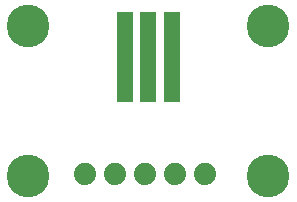
<source format=gbr>
G04 EAGLE Gerber RS-274X export*
G75*
%MOMM*%
%FSLAX34Y34*%
%LPD*%
%INSoldermask Bottom*%
%IPPOS*%
%AMOC8*
5,1,8,0,0,1.08239X$1,22.5*%
G01*
%ADD10C,3.617600*%
%ADD11R,1.401600X7.701600*%
%ADD12C,1.879600*%


D10*
X-101600Y26670D03*
X101600Y26670D03*
X-101600Y-100330D03*
X101600Y-100330D03*
D11*
X0Y0D03*
X-20000Y0D03*
X20000Y0D03*
D12*
X-53340Y-99060D03*
X-27940Y-99060D03*
X-2540Y-99060D03*
X22860Y-99060D03*
X48260Y-99060D03*
M02*

</source>
